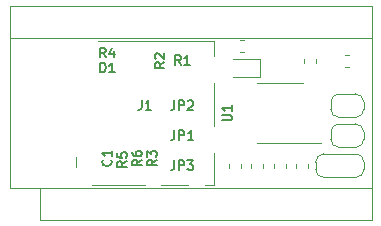
<source format=gbr>
%TF.GenerationSoftware,KiCad,Pcbnew,5.1.9+dfsg1-1~bpo10+1*%
%TF.CreationDate,Date%
%TF.ProjectId,LOG,4c4f472e-6b69-4636-9164-5f7063625858,v1.3*%
%TF.SameCoordinates,Original*%
%TF.FileFunction,Legend,Top*%
%TF.FilePolarity,Positive*%
%FSLAX46Y46*%
G04 Gerber Fmt 4.6, Leading zero omitted, Abs format (unit mm)*
G04 Created by KiCad*
%MOMM*%
%LPD*%
G01*
G04 APERTURE LIST*
%ADD10C,0.120000*%
%ADD11C,0.200000*%
G04 APERTURE END LIST*
D10*
%TO.C,C1*%
X17270000Y3012221D02*
X17270000Y3337779D01*
X18290000Y3012221D02*
X18290000Y3337779D01*
%TO.C,A1*%
X1270000Y-1420000D02*
X29360000Y-1420000D01*
X-1270000Y13970000D02*
X29360000Y13970000D01*
X1270000Y1270000D02*
X1270000Y-1420000D01*
X-1270000Y1270000D02*
X29360000Y1270000D01*
X29360000Y-1420000D02*
X29360000Y16660000D01*
X29360000Y16660000D02*
X-1270000Y16660000D01*
X-1270000Y16660000D02*
X-1270000Y1270000D01*
%TO.C,R1*%
X27142221Y12575000D02*
X27467779Y12575000D01*
X27142221Y11555000D02*
X27467779Y11555000D01*
%TO.C,JP3*%
X28720000Y3475000D02*
X28720000Y2875000D01*
X25270000Y4175000D02*
X28070000Y4175000D01*
X24620000Y2875000D02*
X24620000Y3475000D01*
X28070000Y2175000D02*
X25270000Y2175000D01*
X28720000Y2875000D02*
G75*
G02*
X28020000Y2175000I-700000J0D01*
G01*
X28020000Y4175000D02*
G75*
G02*
X28720000Y3475000I0J-700000D01*
G01*
X24620000Y3475000D02*
G75*
G02*
X25320000Y4175000I700000J0D01*
G01*
X25320000Y2175000D02*
G75*
G02*
X24620000Y2875000I0J700000D01*
G01*
%TO.C,D1*%
X17615000Y10695000D02*
X19900000Y10695000D01*
X19900000Y10695000D02*
X19900000Y12165000D01*
X19900000Y12165000D02*
X17615000Y12165000D01*
%TO.C,R4*%
X18577779Y12825000D02*
X18252221Y12825000D01*
X18577779Y13845000D02*
X18252221Y13845000D01*
%TO.C,R6*%
X21080000Y3012221D02*
X21080000Y3337779D01*
X22100000Y3012221D02*
X22100000Y3337779D01*
%TO.C,R5*%
X19175000Y3012221D02*
X19175000Y3337779D01*
X20195000Y3012221D02*
X20195000Y3337779D01*
%TO.C,R3*%
X22985000Y3012221D02*
X22985000Y3337779D01*
X24005000Y3012221D02*
X24005000Y3337779D01*
%TO.C,R2*%
X23620000Y11902221D02*
X23620000Y12227779D01*
X24640000Y11902221D02*
X24640000Y12227779D01*
%TO.C,JP1*%
X25905000Y5415000D02*
X25905000Y6015000D01*
X28005000Y4715000D02*
X26605000Y4715000D01*
X28705000Y6015000D02*
X28705000Y5415000D01*
X26605000Y6715000D02*
X28005000Y6715000D01*
X25905000Y6015000D02*
G75*
G02*
X26605000Y6715000I700000J0D01*
G01*
X26605000Y4715000D02*
G75*
G02*
X25905000Y5415000I0J700000D01*
G01*
X28705000Y5415000D02*
G75*
G02*
X28005000Y4715000I-700000J0D01*
G01*
X28005000Y6715000D02*
G75*
G02*
X28705000Y6015000I0J-700000D01*
G01*
%TO.C,JP2*%
X25905000Y7955000D02*
X25905000Y8555000D01*
X28005000Y7255000D02*
X26605000Y7255000D01*
X28705000Y8555000D02*
X28705000Y7955000D01*
X26605000Y9255000D02*
X28005000Y9255000D01*
X25905000Y8555000D02*
G75*
G02*
X26605000Y9255000I700000J0D01*
G01*
X26605000Y7255000D02*
G75*
G02*
X25905000Y7955000I0J700000D01*
G01*
X28705000Y7955000D02*
G75*
G02*
X28005000Y7255000I-700000J0D01*
G01*
X28005000Y9255000D02*
G75*
G02*
X28705000Y8555000I0J-700000D01*
G01*
%TO.C,U1*%
X21590000Y10180000D02*
X19640000Y10180000D01*
X21590000Y10180000D02*
X23540000Y10180000D01*
X21590000Y5060000D02*
X19640000Y5060000D01*
X21590000Y5060000D02*
X25040000Y5060000D01*
%TO.C,J1*%
X4340000Y3030000D02*
X4340000Y3890000D01*
X15980000Y13730000D02*
X6160000Y13730000D01*
X15980000Y12500000D02*
X15980000Y13730000D01*
X15980000Y6530000D02*
X15980000Y10200000D01*
X15980000Y1550000D02*
X15980000Y4230000D01*
X15260000Y1550000D02*
X15980000Y1550000D01*
X11560000Y1550000D02*
X13860000Y1550000D01*
X5710000Y1550000D02*
X10160000Y1550000D01*
%TD*%
%TO.C,C1*%
D11*
X7270714Y3676667D02*
X7308809Y3638572D01*
X7346904Y3524286D01*
X7346904Y3448096D01*
X7308809Y3333810D01*
X7232619Y3257620D01*
X7156428Y3219524D01*
X7004047Y3181429D01*
X6889761Y3181429D01*
X6737380Y3219524D01*
X6661190Y3257620D01*
X6585000Y3333810D01*
X6546904Y3448096D01*
X6546904Y3524286D01*
X6585000Y3638572D01*
X6623095Y3676667D01*
X7346904Y4438572D02*
X7346904Y3981429D01*
X7346904Y4210000D02*
X6546904Y4210000D01*
X6661190Y4133810D01*
X6737380Y4057620D01*
X6775476Y3981429D01*
%TO.C,R1*%
X13201666Y11703096D02*
X12935000Y12084048D01*
X12744523Y11703096D02*
X12744523Y12503096D01*
X13049285Y12503096D01*
X13125476Y12465000D01*
X13163571Y12426905D01*
X13201666Y12350715D01*
X13201666Y12236429D01*
X13163571Y12160239D01*
X13125476Y12122143D01*
X13049285Y12084048D01*
X12744523Y12084048D01*
X13963571Y11703096D02*
X13506428Y11703096D01*
X13735000Y11703096D02*
X13735000Y12503096D01*
X13658809Y12388810D01*
X13582619Y12312620D01*
X13506428Y12274524D01*
%TO.C,JP3*%
X12668333Y3613096D02*
X12668333Y3041667D01*
X12630238Y2927381D01*
X12554047Y2851191D01*
X12439761Y2813096D01*
X12363571Y2813096D01*
X13049285Y2813096D02*
X13049285Y3613096D01*
X13354047Y3613096D01*
X13430238Y3575000D01*
X13468333Y3536905D01*
X13506428Y3460715D01*
X13506428Y3346429D01*
X13468333Y3270239D01*
X13430238Y3232143D01*
X13354047Y3194048D01*
X13049285Y3194048D01*
X13773095Y3613096D02*
X14268333Y3613096D01*
X14001666Y3308334D01*
X14115952Y3308334D01*
X14192142Y3270239D01*
X14230238Y3232143D01*
X14268333Y3155953D01*
X14268333Y2965477D01*
X14230238Y2889286D01*
X14192142Y2851191D01*
X14115952Y2813096D01*
X13887380Y2813096D01*
X13811190Y2851191D01*
X13773095Y2889286D01*
%TO.C,D1*%
X6394523Y11068096D02*
X6394523Y11868096D01*
X6585000Y11868096D01*
X6699285Y11830000D01*
X6775476Y11753810D01*
X6813571Y11677620D01*
X6851666Y11525239D01*
X6851666Y11410953D01*
X6813571Y11258572D01*
X6775476Y11182381D01*
X6699285Y11106191D01*
X6585000Y11068096D01*
X6394523Y11068096D01*
X7613571Y11068096D02*
X7156428Y11068096D01*
X7385000Y11068096D02*
X7385000Y11868096D01*
X7308809Y11753810D01*
X7232619Y11677620D01*
X7156428Y11639524D01*
%TO.C,R4*%
X6851666Y12338096D02*
X6585000Y12719048D01*
X6394523Y12338096D02*
X6394523Y13138096D01*
X6699285Y13138096D01*
X6775476Y13100000D01*
X6813571Y13061905D01*
X6851666Y12985715D01*
X6851666Y12871429D01*
X6813571Y12795239D01*
X6775476Y12757143D01*
X6699285Y12719048D01*
X6394523Y12719048D01*
X7537380Y12871429D02*
X7537380Y12338096D01*
X7346904Y13176191D02*
X7156428Y12604762D01*
X7651666Y12604762D01*
%TO.C,R6*%
X9886904Y3676667D02*
X9505952Y3410000D01*
X9886904Y3219524D02*
X9086904Y3219524D01*
X9086904Y3524286D01*
X9125000Y3600477D01*
X9163095Y3638572D01*
X9239285Y3676667D01*
X9353571Y3676667D01*
X9429761Y3638572D01*
X9467857Y3600477D01*
X9505952Y3524286D01*
X9505952Y3219524D01*
X9086904Y4362381D02*
X9086904Y4210000D01*
X9125000Y4133810D01*
X9163095Y4095715D01*
X9277380Y4019524D01*
X9429761Y3981429D01*
X9734523Y3981429D01*
X9810714Y4019524D01*
X9848809Y4057620D01*
X9886904Y4133810D01*
X9886904Y4286191D01*
X9848809Y4362381D01*
X9810714Y4400477D01*
X9734523Y4438572D01*
X9544047Y4438572D01*
X9467857Y4400477D01*
X9429761Y4362381D01*
X9391666Y4286191D01*
X9391666Y4133810D01*
X9429761Y4057620D01*
X9467857Y4019524D01*
X9544047Y3981429D01*
%TO.C,R5*%
X8616904Y3549667D02*
X8235952Y3283000D01*
X8616904Y3092524D02*
X7816904Y3092524D01*
X7816904Y3397286D01*
X7855000Y3473477D01*
X7893095Y3511572D01*
X7969285Y3549667D01*
X8083571Y3549667D01*
X8159761Y3511572D01*
X8197857Y3473477D01*
X8235952Y3397286D01*
X8235952Y3092524D01*
X7816904Y4273477D02*
X7816904Y3892524D01*
X8197857Y3854429D01*
X8159761Y3892524D01*
X8121666Y3968715D01*
X8121666Y4159191D01*
X8159761Y4235381D01*
X8197857Y4273477D01*
X8274047Y4311572D01*
X8464523Y4311572D01*
X8540714Y4273477D01*
X8578809Y4235381D01*
X8616904Y4159191D01*
X8616904Y3968715D01*
X8578809Y3892524D01*
X8540714Y3854429D01*
%TO.C,R3*%
X11156904Y3676667D02*
X10775952Y3410000D01*
X11156904Y3219524D02*
X10356904Y3219524D01*
X10356904Y3524286D01*
X10395000Y3600477D01*
X10433095Y3638572D01*
X10509285Y3676667D01*
X10623571Y3676667D01*
X10699761Y3638572D01*
X10737857Y3600477D01*
X10775952Y3524286D01*
X10775952Y3219524D01*
X10356904Y3943334D02*
X10356904Y4438572D01*
X10661666Y4171905D01*
X10661666Y4286191D01*
X10699761Y4362381D01*
X10737857Y4400477D01*
X10814047Y4438572D01*
X11004523Y4438572D01*
X11080714Y4400477D01*
X11118809Y4362381D01*
X11156904Y4286191D01*
X11156904Y4057620D01*
X11118809Y3981429D01*
X11080714Y3943334D01*
%TO.C,R2*%
X11791904Y11931667D02*
X11410952Y11665000D01*
X11791904Y11474524D02*
X10991904Y11474524D01*
X10991904Y11779286D01*
X11030000Y11855477D01*
X11068095Y11893572D01*
X11144285Y11931667D01*
X11258571Y11931667D01*
X11334761Y11893572D01*
X11372857Y11855477D01*
X11410952Y11779286D01*
X11410952Y11474524D01*
X11068095Y12236429D02*
X11030000Y12274524D01*
X10991904Y12350715D01*
X10991904Y12541191D01*
X11030000Y12617381D01*
X11068095Y12655477D01*
X11144285Y12693572D01*
X11220476Y12693572D01*
X11334761Y12655477D01*
X11791904Y12198334D01*
X11791904Y12693572D01*
%TO.C,JP1*%
X12668333Y6153096D02*
X12668333Y5581667D01*
X12630238Y5467381D01*
X12554047Y5391191D01*
X12439761Y5353096D01*
X12363571Y5353096D01*
X13049285Y5353096D02*
X13049285Y6153096D01*
X13354047Y6153096D01*
X13430238Y6115000D01*
X13468333Y6076905D01*
X13506428Y6000715D01*
X13506428Y5886429D01*
X13468333Y5810239D01*
X13430238Y5772143D01*
X13354047Y5734048D01*
X13049285Y5734048D01*
X14268333Y5353096D02*
X13811190Y5353096D01*
X14039761Y5353096D02*
X14039761Y6153096D01*
X13963571Y6038810D01*
X13887380Y5962620D01*
X13811190Y5924524D01*
%TO.C,JP2*%
X12668333Y8693096D02*
X12668333Y8121667D01*
X12630238Y8007381D01*
X12554047Y7931191D01*
X12439761Y7893096D01*
X12363571Y7893096D01*
X13049285Y7893096D02*
X13049285Y8693096D01*
X13354047Y8693096D01*
X13430238Y8655000D01*
X13468333Y8616905D01*
X13506428Y8540715D01*
X13506428Y8426429D01*
X13468333Y8350239D01*
X13430238Y8312143D01*
X13354047Y8274048D01*
X13049285Y8274048D01*
X13811190Y8616905D02*
X13849285Y8655000D01*
X13925476Y8693096D01*
X14115952Y8693096D01*
X14192142Y8655000D01*
X14230238Y8616905D01*
X14268333Y8540715D01*
X14268333Y8464524D01*
X14230238Y8350239D01*
X13773095Y7893096D01*
X14268333Y7893096D01*
%TO.C,U1*%
X16706904Y7010477D02*
X17354523Y7010477D01*
X17430714Y7048572D01*
X17468809Y7086667D01*
X17506904Y7162858D01*
X17506904Y7315239D01*
X17468809Y7391429D01*
X17430714Y7429524D01*
X17354523Y7467620D01*
X16706904Y7467620D01*
X17506904Y8267620D02*
X17506904Y7810477D01*
X17506904Y8039048D02*
X16706904Y8039048D01*
X16821190Y7962858D01*
X16897380Y7886667D01*
X16935476Y7810477D01*
%TO.C,J1*%
X9893333Y8693096D02*
X9893333Y8121667D01*
X9855238Y8007381D01*
X9779047Y7931191D01*
X9664761Y7893096D01*
X9588571Y7893096D01*
X10693333Y7893096D02*
X10236190Y7893096D01*
X10464761Y7893096D02*
X10464761Y8693096D01*
X10388571Y8578810D01*
X10312380Y8502620D01*
X10236190Y8464524D01*
%TD*%
M02*

</source>
